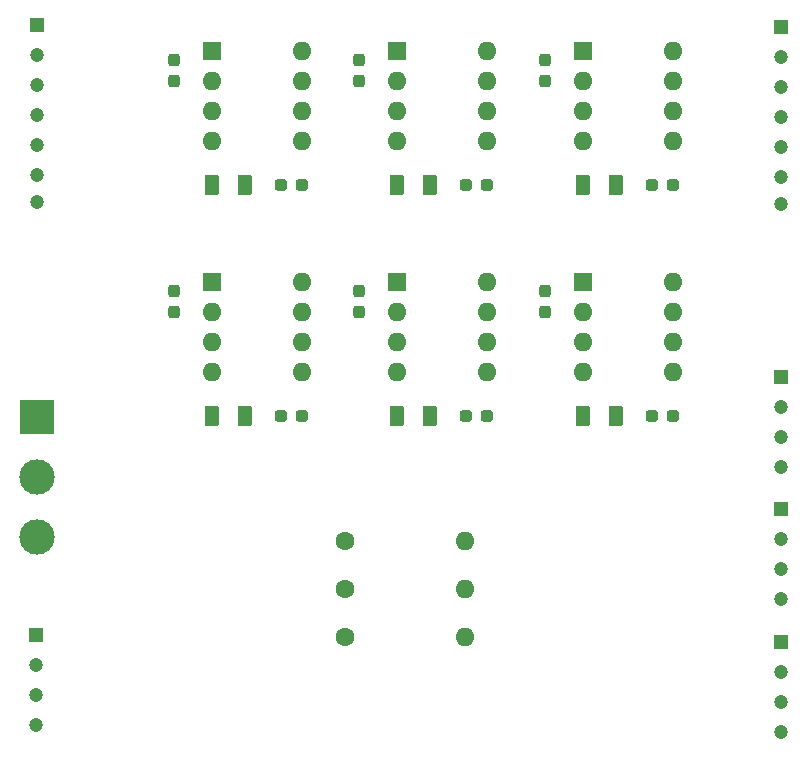
<source format=gbr>
%TF.GenerationSoftware,KiCad,Pcbnew,8.0.6*%
%TF.CreationDate,2025-05-23T10:24:24+02:00*%
%TF.ProjectId,AmplifOptoacopladorEnclosure,416d706c-6966-44f7-9074-6f61636f706c,rev?*%
%TF.SameCoordinates,Original*%
%TF.FileFunction,Soldermask,Top*%
%TF.FilePolarity,Negative*%
%FSLAX46Y46*%
G04 Gerber Fmt 4.6, Leading zero omitted, Abs format (unit mm)*
G04 Created by KiCad (PCBNEW 8.0.6) date 2025-05-23 10:24:24*
%MOMM*%
%LPD*%
G01*
G04 APERTURE LIST*
G04 Aperture macros list*
%AMRoundRect*
0 Rectangle with rounded corners*
0 $1 Rounding radius*
0 $2 $3 $4 $5 $6 $7 $8 $9 X,Y pos of 4 corners*
0 Add a 4 corners polygon primitive as box body*
4,1,4,$2,$3,$4,$5,$6,$7,$8,$9,$2,$3,0*
0 Add four circle primitives for the rounded corners*
1,1,$1+$1,$2,$3*
1,1,$1+$1,$4,$5*
1,1,$1+$1,$6,$7*
1,1,$1+$1,$8,$9*
0 Add four rect primitives between the rounded corners*
20,1,$1+$1,$2,$3,$4,$5,0*
20,1,$1+$1,$4,$5,$6,$7,0*
20,1,$1+$1,$6,$7,$8,$9,0*
20,1,$1+$1,$8,$9,$2,$3,0*%
G04 Aperture macros list end*
%ADD10O,1.600000X1.600000*%
%ADD11R,1.600000X1.600000*%
%ADD12RoundRect,0.250000X-0.375000X-0.625000X0.375000X-0.625000X0.375000X0.625000X-0.375000X0.625000X0*%
%ADD13R,1.200000X1.200000*%
%ADD14C,1.200000*%
%ADD15C,1.600000*%
%ADD16RoundRect,0.237500X-0.287500X-0.237500X0.287500X-0.237500X0.287500X0.237500X-0.287500X0.237500X0*%
%ADD17RoundRect,0.237500X-0.237500X0.287500X-0.237500X-0.287500X0.237500X-0.287500X0.237500X0.287500X0*%
%ADD18R,3.000000X3.000000*%
%ADD19C,3.000000*%
G04 APERTURE END LIST*
D10*
%TO.C,U6*%
X215285000Y-65915000D03*
X215285000Y-68455000D03*
X215285000Y-70995000D03*
X215285000Y-73535000D03*
X207665000Y-73535000D03*
X207665000Y-70995000D03*
X207665000Y-68455000D03*
D11*
X207665000Y-65915000D03*
%TD*%
D12*
%TO.C,D5*%
X207665000Y-57680000D03*
X210465000Y-57680000D03*
%TD*%
D13*
%TO.C,J3*%
X224500000Y-44340000D03*
D14*
X224500000Y-46880000D03*
X224500000Y-49420000D03*
X224500000Y-51960000D03*
X224500000Y-54500000D03*
X224500000Y-57040000D03*
X224500000Y-59340000D03*
%TD*%
D15*
%TO.C,R1*%
X187520000Y-87850000D03*
D10*
X197680000Y-87850000D03*
%TD*%
D11*
%TO.C,U2*%
X176285000Y-65915000D03*
D10*
X176285000Y-68455000D03*
X176285000Y-70995000D03*
X176285000Y-73535000D03*
X183905000Y-73535000D03*
X183905000Y-70995000D03*
X183905000Y-68455000D03*
X183905000Y-65915000D03*
%TD*%
D16*
%TO.C,Rlim8*%
X197835000Y-77285000D03*
X199585000Y-77285000D03*
%TD*%
D17*
%TO.C,Rlim11*%
X204465000Y-66705000D03*
X204465000Y-68455000D03*
%TD*%
D13*
%TO.C,J2*%
X161485000Y-44176750D03*
D14*
X161485000Y-46716750D03*
X161485000Y-49256750D03*
X161485000Y-51796750D03*
X161485000Y-54336750D03*
X161485000Y-56876750D03*
X161485000Y-59176750D03*
%TD*%
D13*
%TO.C,J7*%
X224485000Y-96380000D03*
D14*
X224485000Y-98920000D03*
X224485000Y-101460000D03*
X224485000Y-104000000D03*
%TD*%
D17*
%TO.C,Rlim9*%
X204465000Y-47100000D03*
X204465000Y-48850000D03*
%TD*%
D11*
%TO.C,U4*%
X191965000Y-65915000D03*
D10*
X191965000Y-68455000D03*
X191965000Y-70995000D03*
X191965000Y-73535000D03*
X199585000Y-73535000D03*
X199585000Y-70995000D03*
X199585000Y-68455000D03*
X199585000Y-65915000D03*
%TD*%
D16*
%TO.C,Rlim2*%
X182155000Y-57680000D03*
X183905000Y-57680000D03*
%TD*%
D11*
%TO.C,U3*%
X191965000Y-46310000D03*
D10*
X191965000Y-48850000D03*
X191965000Y-51390000D03*
X191965000Y-53930000D03*
X199585000Y-53930000D03*
X199585000Y-51390000D03*
X199585000Y-48850000D03*
X199585000Y-46310000D03*
%TD*%
D12*
%TO.C,D3*%
X191965000Y-57680000D03*
X194765000Y-57680000D03*
%TD*%
D17*
%TO.C,Rlim7*%
X188765000Y-66705000D03*
X188765000Y-68455000D03*
%TD*%
D13*
%TO.C,J6*%
X224485000Y-85100000D03*
D14*
X224485000Y-87640000D03*
X224485000Y-90180000D03*
X224485000Y-92720000D03*
%TD*%
D12*
%TO.C,D6*%
X207665000Y-77285000D03*
X210465000Y-77285000D03*
%TD*%
D17*
%TO.C,Rlim3*%
X173085000Y-66705000D03*
X173085000Y-68455000D03*
%TD*%
%TO.C,Rlim5*%
X188765000Y-47100000D03*
X188765000Y-48850000D03*
%TD*%
D16*
%TO.C,Rlim12*%
X213535000Y-77285000D03*
X215285000Y-77285000D03*
%TD*%
%TO.C,Rlim6*%
X197835000Y-57680000D03*
X199585000Y-57680000D03*
%TD*%
D15*
%TO.C,R2*%
X187520000Y-91900000D03*
D10*
X197680000Y-91900000D03*
%TD*%
D18*
%TO.C,J4*%
X161475000Y-77320000D03*
D19*
X161475000Y-82400000D03*
X161475000Y-87480000D03*
%TD*%
D13*
%TO.C,J5*%
X224485000Y-73960000D03*
D14*
X224485000Y-76500000D03*
X224485000Y-79040000D03*
X224485000Y-81580000D03*
%TD*%
D16*
%TO.C,Rlim10*%
X213535000Y-57680000D03*
X215285000Y-57680000D03*
%TD*%
D11*
%TO.C,U1*%
X176285000Y-46310000D03*
D10*
X176285000Y-48850000D03*
X176285000Y-51390000D03*
X176285000Y-53930000D03*
X183905000Y-53930000D03*
X183905000Y-51390000D03*
X183905000Y-48850000D03*
X183905000Y-46310000D03*
%TD*%
D17*
%TO.C,Rlim1*%
X173085000Y-47100000D03*
X173085000Y-48850000D03*
%TD*%
D15*
%TO.C,R3*%
X187520000Y-95950000D03*
D10*
X197680000Y-95950000D03*
%TD*%
D11*
%TO.C,U5*%
X207665000Y-46310000D03*
D10*
X207665000Y-48850000D03*
X207665000Y-51390000D03*
X207665000Y-53930000D03*
X215285000Y-53930000D03*
X215285000Y-51390000D03*
X215285000Y-48850000D03*
X215285000Y-46310000D03*
%TD*%
D12*
%TO.C,D1*%
X176285000Y-57680000D03*
X179085000Y-57680000D03*
%TD*%
D13*
%TO.C,J1*%
X161400000Y-95780000D03*
D14*
X161400000Y-98320000D03*
X161400000Y-100860000D03*
X161400000Y-103400000D03*
%TD*%
D12*
%TO.C,D2*%
X176285000Y-77285000D03*
X179085000Y-77285000D03*
%TD*%
%TO.C,D4*%
X191965000Y-77285000D03*
X194765000Y-77285000D03*
%TD*%
D16*
%TO.C,Rlim4*%
X182155000Y-77285000D03*
X183905000Y-77285000D03*
%TD*%
M02*

</source>
